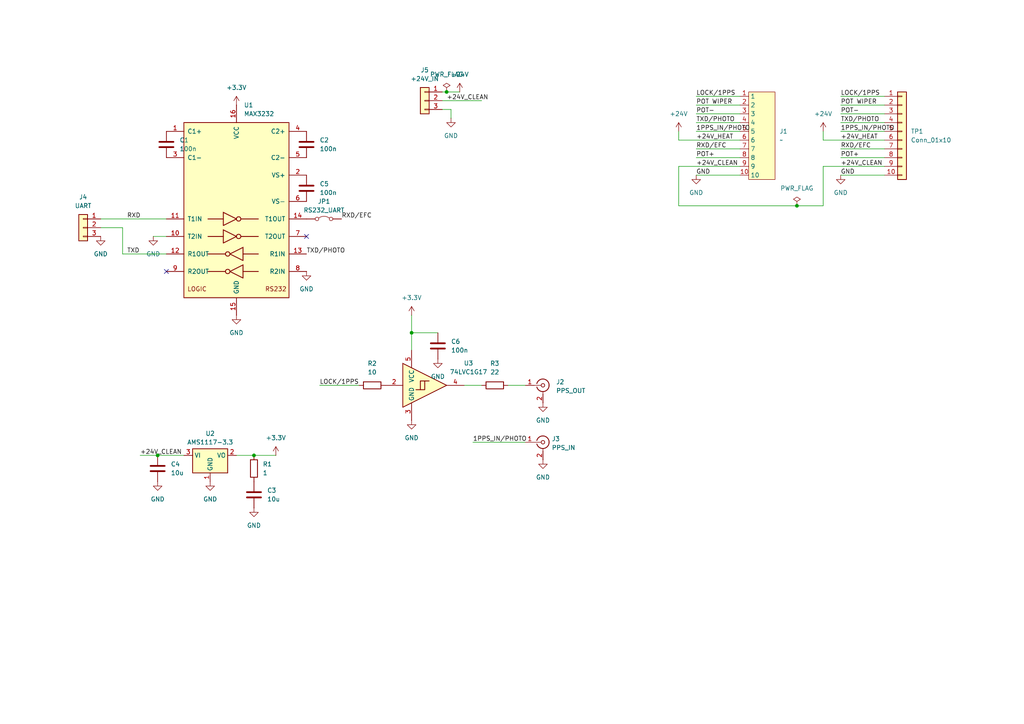
<source format=kicad_sch>
(kicad_sch (version 20250114) (generator "eeschema") (generator_version "9.0")
  (paper "A4")
  (lib_symbols
    (symbol "74xGxx:74LVC1G17"
      (property "Reference" "U" (at 0 3.81 0))
      (property "Value" "74LVC1G17" (at 0 -3.81 0))
      (symbol "74LVC1G17_0_1"
        (polyline (pts (xy -7.62 6.35) (xy -7.62 -6.35) (xy 5.08 0) (xy -7.62 6.35)) (stroke (width 0.254)) (fill (type background)))
        (polyline (pts (xy -3.81 -1.27) (xy -2.54 -1.27) (xy -2.54 1.27) (xy -1.27 1.27)) (stroke (width 0.254)) (fill (type background)))
        (polyline (pts (xy -2.54 -1.27) (xy -1.27 -1.27) (xy -1.27 1.27) (xy 0 1.27)) (stroke (width 0.254)) (fill (type background)))
      )
      (symbol "74LVC1G17_1_1"
        (pin input line (at -12.7 0 0) (length 5.08) (name "~") (number "2"))
        (pin no_connect line (at -7.62 5.08 180) (length 5.08) (hide yes) (name "NC") (number "1"))
        (pin power_in line (at -5.08 10.16 270) (length 5.08) (name "VCC") (number "5"))
        (pin power_in line (at -5.08 -10.16 90) (length 5.08) (name "GND") (number "3"))
        (pin output line (at 10.16 0 180) (length 5.08) (name "~") (number "4"))
      )
    )
    (symbol "Connector:Conn_Coaxial" (pin_names (offset 1.016) (hide yes))
      (property "Reference" "J" (at 0.254 3.048 0))
      (property "Value" "Conn_Coaxial" (at 2.921 0 90))
      (symbol "Conn_Coaxial_0_1"
        (polyline (pts (xy -2.54 0) (xy -0.508 0)))
        (arc (start 1.778 0) (mid 0.222 -1.8079) (end -1.778 -0.508) (stroke (width 0.254)))
        (arc (start -1.778 0.508) (mid 0.2221 1.8084) (end 1.778 0) (stroke (width 0.254)))
        (circle (center 0 0) (radius 0.508) (stroke (width 0.2032)))
        (polyline (pts (xy 0 -2.54) (xy 0 -1.778)))
      )
      (symbol "Conn_Coaxial_1_1"
        (pin passive line (at -5.08 0 0) (length 2.54) (name "In") (number "1"))
        (pin passive line (at 0 -5.08 90) (length 2.54) (name "Ext") (number "2"))
      )
    )
    (symbol "Connector_Generic:Conn_01x03" (pin_names (offset 1.016) (hide yes))
      (property "Reference" "J" (at 0 5.08 0))
      (property "Value" "Conn_01x03" (at 0 -5.08 0))
      (symbol "Conn_01x03_1_1"
        (rectangle (start -1.27 3.81) (end 1.27 -3.81) (stroke (width 0.254)) (fill (type background)))
        (rectangle (start -1.27 2.667) (end 0 2.413) (stroke (width 0.1524)))
        (rectangle (start -1.27 0.127) (end 0 -0.127) (stroke (width 0.1524)))
        (rectangle (start -1.27 -2.413) (end 0 -2.667) (stroke (width 0.1524)))
        (pin passive line (at -5.08 2.54 0) (length 3.81) (name "Pin_1") (number "1"))
        (pin passive line (at -5.08 0 0) (length 3.81) (name "Pin_2") (number "2"))
        (pin passive line (at -5.08 -2.54 0) (length 3.81) (name "Pin_3") (number "3"))
      )
    )
    (symbol "Connector_Generic:Conn_01x10" (pin_names (offset 1.016) (hide yes))
      (property "Reference" "J" (at 0 12.7 0))
      (property "Value" "Conn_01x10" (at 0 -15.24 0))
      (symbol "Conn_01x10_1_1"
        (rectangle (start -1.27 11.43) (end 1.27 -13.97) (stroke (width 0.254)) (fill (type background)))
        (rectangle (start -1.27 10.287) (end 0 10.033) (stroke (width 0.1524)))
        (rectangle (start -1.27 7.747) (end 0 7.493) (stroke (width 0.1524)))
        (rectangle (start -1.27 5.207) (end 0 4.953) (stroke (width 0.1524)))
        (rectangle (start -1.27 2.667) (end 0 2.413) (stroke (width 0.1524)))
        (rectangle (start -1.27 0.127) (end 0 -0.127) (stroke (width 0.1524)))
        (rectangle (start -1.27 -2.413) (end 0 -2.667) (stroke (width 0.1524)))
        (rectangle (start -1.27 -4.953) (end 0 -5.207) (stroke (width 0.1524)))
        (rectangle (start -1.27 -7.493) (end 0 -7.747) (stroke (width 0.1524)))
        (rectangle (start -1.27 -10.033) (end 0 -10.287) (stroke (width 0.1524)))
        (rectangle (start -1.27 -12.573) (end 0 -12.827) (stroke (width 0.1524)))
        (pin passive line (at -5.08 10.16 0) (length 3.81) (name "Pin_1") (number "1"))
        (pin passive line (at -5.08 7.62 0) (length 3.81) (name "Pin_2") (number "2"))
        (pin passive line (at -5.08 5.08 0) (length 3.81) (name "Pin_3") (number "3"))
        (pin passive line (at -5.08 2.54 0) (length 3.81) (name "Pin_4") (number "4"))
        (pin passive line (at -5.08 0 0) (length 3.81) (name "Pin_5") (number "5"))
        (pin passive line (at -5.08 -2.54 0) (length 3.81) (name "Pin_6") (number "6"))
        (pin passive line (at -5.08 -5.08 0) (length 3.81) (name "Pin_7") (number "7"))
        (pin passive line (at -5.08 -7.62 0) (length 3.81) (name "Pin_8") (number "8"))
        (pin passive line (at -5.08 -10.16 0) (length 3.81) (name "Pin_9") (number "9"))
        (pin passive line (at -5.08 -12.7 0) (length 3.81) (name "Pin_10") (number "10"))
      )
    )
    (symbol "Device:C" (pin_numbers (hide yes)) (pin_names (offset 0.254))
      (property "Reference" "C" (at 0.635 2.54 0))
      (property "Value" "C" (at 0.635 -2.54 0))
      (symbol "C_0_1"
        (polyline (pts (xy -2.032 0.762) (xy 2.032 0.762)) (stroke (width 0.508)))
        (polyline (pts (xy -2.032 -0.762) (xy 2.032 -0.762)) (stroke (width 0.508)))
      )
      (symbol "C_1_1"
        (pin passive line (at 0 3.81 270) (length 2.794) (name "~") (number "1"))
        (pin passive line (at 0 -3.81 90) (length 2.794) (name "~") (number "2"))
      )
    )
    (symbol "Device:R" (pin_numbers (hide yes)) (pin_names (offset 0))
      (property "Reference" "R" (at 2.032 0 90))
      (property "Value" "R" (at 0 0 90))
      (symbol "R_0_1"
        (rectangle (start -1.016 -2.54) (end 1.016 2.54) (stroke (width 0.254)))
      )
      (symbol "R_1_1"
        (pin passive line (at 0 3.81 270) (length 1.27) (name "~") (number "1"))
        (pin passive line (at 0 -3.81 90) (length 1.27) (name "~") (number "2"))
      )
    )
    (symbol "Interface_UART:MAX3232" (pin_names (offset 1.016))
      (property "Reference" "U" (at -2.54 28.575 0))
      (property "Value" "MAX3232" (at -2.54 26.67 0))
      (symbol "MAX3232_0_0"
        (text "LOGIC" (at -11.43 -22.86 0) (effects (font (size 1.27 1.27))))
        (text "RS232" (at 11.43 -22.86 0) (effects (font (size 1.27 1.27))))
      )
      (symbol "MAX3232_0_1"
        (rectangle (start -15.24 -25.4) (end 15.24 25.4) (stroke (width 0.254)) (fill (type background)))
        (polyline (pts (xy -3.81 -0.635) (xy -3.81 -4.445) (xy 0 -2.54) (xy -3.81 -0.635)) (stroke (width 0.254)))
        (polyline (pts (xy -3.81 -2.54) (xy -8.255 -2.54)) (stroke (width 0.254)))
        (polyline (pts (xy -3.81 -5.715) (xy -3.81 -9.525) (xy 0 -7.62) (xy -3.81 -5.715)) (stroke (width 0.254)))
        (polyline (pts (xy -3.81 -7.62) (xy -8.255 -7.62)) (stroke (width 0.254)))
        (polyline (pts (xy -3.175 -12.7) (xy -8.255 -12.7)) (stroke (width 0.254)))
        (polyline (pts (xy -3.175 -17.78) (xy -8.255 -17.78)) (stroke (width 0.254)))
        (circle (center -2.54 -12.7) (radius 0.635) (stroke (width 0.254)))
        (circle (center -2.54 -17.78) (radius 0.635) (stroke (width 0.254)))
        (circle (center 0.635 -2.54) (radius 0.635) (stroke (width 0.254)))
        (circle (center 0.635 -7.62) (radius 0.635) (stroke (width 0.254)))
        (polyline (pts (xy 1.27 -2.54) (xy 6.35 -2.54)) (stroke (width 0.254)))
        (polyline (pts (xy 1.27 -7.62) (xy 6.35 -7.62)) (stroke (width 0.254)))
        (polyline (pts (xy 1.905 -10.795) (xy 1.905 -14.605) (xy -1.905 -12.7) (xy 1.905 -10.795)) (stroke (width 0.254)))
        (polyline (pts (xy 1.905 -12.7) (xy 6.35 -12.7)) (stroke (width 0.254)))
        (polyline (pts (xy 1.905 -15.875) (xy 1.905 -19.685) (xy -1.905 -17.78) (xy 1.905 -15.875)) (stroke (width 0.254)))
        (polyline (pts (xy 1.905 -17.78) (xy 6.35 -17.78)) (stroke (width 0.254)))
      )
      (symbol "MAX3232_1_1"
        (pin passive line (at -20.32 22.86 0) (length 5.08) (name "C1+") (number "1"))
        (pin passive line (at -20.32 15.24 0) (length 5.08) (name "C1-") (number "3"))
        (pin input line (at -20.32 -2.54 0) (length 5.08) (name "T1IN") (number "11"))
        (pin input line (at -20.32 -7.62 0) (length 5.08) (name "T2IN") (number "10"))
        (pin output line (at -20.32 -12.7 0) (length 5.08) (name "R1OUT") (number "12"))
        (pin output line (at -20.32 -17.78 0) (length 5.08) (name "R2OUT") (number "9"))
        (pin power_in line (at 0 30.48 270) (length 5.08) (name "VCC") (number "16"))
        (pin power_in line (at 0 -30.48 90) (length 5.08) (name "GND") (number "15"))
        (pin passive line (at 20.32 22.86 180) (length 5.08) (name "C2+") (number "4"))
        (pin passive line (at 20.32 15.24 180) (length 5.08) (name "C2-") (number "5"))
        (pin power_out line (at 20.32 10.16 180) (length 5.08) (name "VS+") (number "2"))
        (pin power_out line (at 20.32 2.54 180) (length 5.08) (name "VS-") (number "6"))
        (pin output line (at 20.32 -2.54 180) (length 5.08) (name "T1OUT") (number "14"))
        (pin output line (at 20.32 -7.62 180) (length 5.08) (name "T2OUT") (number "7"))
        (pin input line (at 20.32 -12.7 180) (length 5.08) (name "R1IN") (number "13"))
        (pin input line (at 20.32 -17.78 180) (length 5.08) (name "R2IN") (number "8"))
      )
    )
    (symbol "Jumper:Jumper_2_Bridged" (pin_numbers (hide yes)) (pin_names (offset 0) (hide yes))
      (property "Reference" "JP" (at 0 1.905 0))
      (property "Value" "Jumper_2_Bridged" (at 0 -2.54 0))
      (symbol "Jumper_2_Bridged_0_0"
        (circle (center -2.032 0) (radius 0.508))
        (circle (center 2.032 0) (radius 0.508))
      )
      (symbol "Jumper_2_Bridged_0_1"
        (arc (start -1.524 0.254) (mid 0 0.762) (end 1.524 0.254))
      )
      (symbol "Jumper_2_Bridged_1_1"
        (pin passive line (at -5.08 0 0) (length 2.54) (name "A") (number "1"))
        (pin passive line (at 5.08 0 180) (length 2.54) (name "B") (number "2"))
      )
    )
    (symbol "Regulator_Linear:AMS1117-3.3"
      (property "Reference" "U" (at -3.81 3.175 0))
      (property "Value" "AMS1117-3.3" (at 0 3.175 0))
      (symbol "AMS1117-3.3_0_1"
        (rectangle (start -5.08 -5.08) (end 5.08 1.905) (stroke (width 0.254)) (fill (type background)))
      )
      (symbol "AMS1117-3.3_1_1"
        (pin power_in line (at -7.62 0 0) (length 2.54) (name "VI") (number "3"))
        (pin power_in line (at 0 -7.62 90) (length 2.54) (name "GND") (number "1"))
        (pin power_out line (at 7.62 0 180) (length 2.54) (name "VO") (number "2"))
      )
    )
    (symbol "power:+24V" (power) (pin_numbers (hide yes)) (pin_names (offset 0) (hide yes))
      (property "Value" "+24V" (at 0 3.556 0))
      (symbol "+24V_0_1"
        (polyline (pts (xy -0.762 1.27) (xy 0 2.54)))
        (polyline (pts (xy 0 2.54) (xy 0.762 1.27)))
        (polyline (pts (xy 0 0) (xy 0 2.54)))
      )
      (symbol "+24V_1_1"
        (pin power_in line (at 0 0 90) (length 0) (name "~") (number "1"))
      )
    )
    (symbol "power:+3.3V" (power) (pin_numbers (hide yes)) (pin_names (offset 0) (hide yes))
      (property "Value" "+3.3V" (at 0 3.556 0))
      (symbol "+3.3V_0_1"
        (polyline (pts (xy -0.762 1.27) (xy 0 2.54)))
        (polyline (pts (xy 0 2.54) (xy 0.762 1.27)))
        (polyline (pts (xy 0 0) (xy 0 2.54)))
      )
      (symbol "+3.3V_1_1"
        (pin power_in line (at 0 0 90) (length 0) (name "~") (number "1"))
      )
    )
    (symbol "power:GND" (power) (pin_numbers (hide yes)) (pin_names (offset 0) (hide yes))
      (property "Value" "GND" (at 0 -3.81 0))
      (symbol "GND_0_1"
        (polyline (pts (xy 0 0) (xy 0 -1.27) (xy 1.27 -1.27) (xy 0 -2.54) (xy -1.27 -1.27) (xy 0 -1.27)))
      )
      (symbol "GND_1_1"
        (pin power_in line (at 0 0 270) (length 0) (name "~") (number "1"))
      )
    )
    (symbol "power:PWR_FLAG" (power) (pin_numbers (hide yes)) (pin_names (offset 0) (hide yes))
      (property "Value" "PWR_FLAG" (at 0 3.81 0))
      (symbol "PWR_FLAG_0_0"
        (pin power_out line (at 0 0 90) (length 0) (name "~") (number "1"))
      )
      (symbol "PWR_FLAG_0_1"
        (polyline (pts (xy 0 0) (xy 0 1.27) (xy -1.016 1.905) (xy 0 2.54) (xy 1.016 1.905) (xy 0 1.27)))
      )
    )
    (symbol "projlib:CANON11W1"
      (property "Reference" "J" (at 0.254 0 0))
      (symbol "CANON11W1_1_1"
        (rectangle (start -3.81 12.7) (end 3.81 -12.7) (fill (type background)))
        (pin unspecified line (at -6.35 11.43 0) (length 2.54) (name "1") (number "1"))
        (pin unspecified line (at -6.35 8.89 0) (length 2.54) (name "2") (number "2"))
        (pin unspecified line (at -6.35 6.35 0) (length 2.54) (name "3") (number "3"))
        (pin unspecified line (at -6.35 3.81 0) (length 2.54) (name "4") (number "4"))
        (pin unspecified line (at -6.35 1.27 0) (length 2.54) (name "5") (number "5"))
        (pin unspecified line (at -6.35 -1.27 0) (length 2.54) (name "6") (number "6"))
        (pin unspecified line (at -6.35 -3.81 0) (length 2.54) (name "7") (number "7"))
        (pin unspecified line (at -6.35 -6.35 0) (length 2.54) (name "8") (number "8"))
        (pin unspecified line (at -6.35 -8.89 0) (length 2.54) (name "9") (number "9"))
        (pin unspecified line (at -6.35 -11.43 0) (length 2.54) (name "10") (number "10"))
      )
    )
  )
  (junction (at 45.72 132.08))
  (junction (at 129.54 26.67))
  (junction (at 231.14 59.69))
  (junction (at 119.38 96.52))
  (junction (at 73.66 132.08))
  (no_connect (at 48.26 78.74))
  (no_connect (at 88.9 68.58))
  (wire (pts (xy 68.58 132.08) (xy 73.66 132.08)))
  (wire (pts (xy 119.38 91.44) (xy 119.38 96.52)))
  (wire (pts (xy 128.27 26.67) (xy 129.54 26.67)))
  (wire (pts (xy 128.27 31.75) (xy 130.81 31.75)))
  (wire (pts (xy 238.76 38.1) (xy 238.76 40.64)))
  (wire (pts (xy 196.85 40.64) (xy 214.63 40.64)))
  (wire (pts (xy 243.84 33.02) (xy 256.54 33.02)))
  (wire (pts (xy 231.14 59.69) (xy 238.76 59.69)))
  (wire (pts (xy 137.16 128.27) (xy 152.4 128.27)))
  (wire (pts (xy 35.56 73.66) (xy 48.26 73.66)))
  (wire (pts (xy 44.45 68.58) (xy 48.26 68.58)))
  (wire (pts (xy 243.84 30.48) (xy 256.54 30.48)))
  (wire (pts (xy 238.76 48.26) (xy 256.54 48.26)))
  (wire (pts (xy 196.85 48.26) (xy 196.85 59.69)))
  (wire (pts (xy 201.93 43.18) (xy 214.63 43.18)))
  (wire (pts (xy 128.27 29.21) (xy 139.7 29.21)))
  (wire (pts (xy 196.85 38.1) (xy 196.85 40.64)))
  (wire (pts (xy 45.72 132.08) (xy 53.34 132.08)))
  (wire (pts (xy 201.93 50.8) (xy 214.63 50.8)))
  (wire (pts (xy 119.38 96.52) (xy 127 96.52)))
  (wire (pts (xy 243.84 35.56) (xy 256.54 35.56)))
  (wire (pts (xy 196.85 59.69) (xy 231.14 59.69)))
  (wire (pts (xy 29.21 66.04) (xy 35.56 66.04)))
  (wire (pts (xy 29.21 63.5) (xy 48.26 63.5)))
  (wire (pts (xy 201.93 30.48) (xy 214.63 30.48)))
  (wire (pts (xy 243.84 43.18) (xy 256.54 43.18)))
  (wire (pts (xy 201.93 45.72) (xy 214.63 45.72)))
  (wire (pts (xy 201.93 38.1) (xy 214.63 38.1)))
  (wire (pts (xy 129.54 26.67) (xy 133.35 26.67)))
  (wire (pts (xy 92.71 111.76) (xy 104.14 111.76)))
  (wire (pts (xy 243.84 45.72) (xy 256.54 45.72)))
  (wire (pts (xy 35.56 66.04) (xy 35.56 73.66)))
  (wire (pts (xy 196.85 48.26) (xy 214.63 48.26)))
  (wire (pts (xy 147.32 111.76) (xy 152.4 111.76)))
  (wire (pts (xy 119.38 96.52) (xy 119.38 101.6)))
  (wire (pts (xy 238.76 59.69) (xy 238.76 48.26)))
  (wire (pts (xy 243.84 50.8) (xy 256.54 50.8)))
  (wire (pts (xy 238.76 40.64) (xy 256.54 40.64)))
  (wire (pts (xy 243.84 27.94) (xy 256.54 27.94)))
  (wire (pts (xy 40.64 132.08) (xy 45.72 132.08)))
  (wire (pts (xy 201.93 27.94) (xy 214.63 27.94)))
  (wire (pts (xy 243.84 38.1) (xy 256.54 38.1)))
  (wire (pts (xy 201.93 33.02) (xy 214.63 33.02)))
  (wire (pts (xy 130.81 31.75) (xy 130.81 34.29)))
  (wire (pts (xy 73.66 132.08) (xy 80.01 132.08)))
  (wire (pts (xy 134.62 111.76) (xy 139.7 111.76)))
  (wire (pts (xy 201.93 35.56) (xy 214.63 35.56)))
  (label "LOCK{slash}1PPS" (at 243.84 27.94 0))
  (label "POT-" (at 243.84 33.02 0))
  (label "RXD{slash}EFC" (at 99.06 63.5 0))
  (label "GND" (at 243.84 50.8 0))
  (label "POT-" (at 201.93 33.02 0))
  (label "+24V_HEAT" (at 243.84 40.64 0))
  (label "TXD{slash}PHOTO" (at 201.93 35.56 0))
  (label "POT+" (at 201.93 45.72 0))
  (label "1PPS_IN{slash}PHOTO" (at 137.16 128.27 0))
  (label "GND" (at 201.93 50.8 0))
  (label "LOCK{slash}1PPS" (at 201.93 27.94 0))
  (label "+24V_CLEAN" (at 243.84 48.26 0))
  (label "+24V_CLEAN" (at 129.54 29.21 0))
  (label "TXD{slash}PHOTO" (at 243.84 35.56 0))
  (label "+24V_CLEAN" (at 201.93 48.26 0))
  (label "LOCK{slash}1PPS" (at 92.71 111.76 0))
  (label "POT WIPER" (at 201.93 30.48 0))
  (label "RXD" (at 36.83 63.5 0))
  (label "POT WIPER" (at 243.84 30.48 0))
  (label "1PPS_IN{slash}PHOTO" (at 201.93 38.1 0))
  (label "1PPS_IN{slash}PHOTO" (at 243.84 38.1 0))
  (label "+24V_HEAT" (at 201.93 40.64 0))
  (label "POT+" (at 243.84 45.72 0))
  (label "TXD" (at 36.83 73.66 0))
  (label "TXD{slash}PHOTO" (at 88.9 73.66 0))
  (label "+24V_CLEAN" (at 40.64 132.08 0))
  (label "RXD{slash}EFC" (at 201.93 43.18 0))
  (label "RXD{slash}EFC" (at 243.84 43.18 0))
  (symbol (lib_id "Connector_Generic:Conn_01x10") (at 261.62 38.1 0) (unit 1)
    (property "Reference" "TP1" (at 264.16 38.0999 0) (effects (justify left)))
    (property "Value" "Conn_01x10" (at 264.16 40.6399 0) (effects (justify left)))
    (property "Footprint" "Connector_PinHeader_2.54mm:PinHeader_2x05_P2.54mm_Vertical" (effects (hide yes)))
    (property "Description" "Generic connector, single row, 01x10, script generated (kicad-library-utils/schlib/autogen/connector/)" (effects (hide yes)))
  )
  (symbol (lib_id "Jumper:Jumper_2_Bridged") (at 93.98 63.5 0) (unit 1)
    (property "Reference" "JP1" (at 93.98 58.42 0))
    (property "Value" "RS232_UART" (at 93.98 60.96 0))
    (property "Footprint" "Jumper:SolderJumper-2_P1.3mm_Bridged_Pad1.0x1.5mm" (effects (hide yes)))
    (property "Description" "Jumper, 2-pole, closed/bridged" (effects (hide yes)))
  )
  (symbol (lib_id "Interface_UART:MAX3232") (at 68.58 60.96 0) (unit 1)
    (property "Reference" "U1" (at 70.7233 30.48 0) (effects (justify left)))
    (property "Value" "MAX3232" (at 70.7233 33.02 0) (effects (justify left)))
    (property "Footprint" "Package_SO:TSSOP-16_4.4x5mm_P0.65mm" (effects (hide yes)))
    (property "Datasheet" "https://datasheets.maximintegrated.com/en/ds/MAX3222-MAX3241.pdf" (effects (hide yes)))
    (property "Description" "3.0V to 5.5V, Low-Power, up to 1Mbps, True RS-232 Transceivers Using Four 0.1μF External Capacitors" (effects (hide yes)))
  )
  (symbol (lib_id "Device:C") (at 48.26 41.91 0) (unit 1)
    (property "Reference" "C1" (at 52.07 40.6399 0) (effects (justify left)))
    (property "Value" "100n" (at 52.07 43.1799 0) (effects (justify left)))
    (property "Footprint" "Capacitor_SMD:C_0805_2012Metric" (effects (hide yes)))
    (property "Description" "Unpolarized capacitor" (effects (hide yes)))
  )
  (symbol (lib_id "power:GND") (at 127 104.14 0) (unit 1)
    (property "Reference" "#PWR015" (effects (hide yes)))
    (property "Value" "GND" (at 127 109.22 0))
    (property "Description" "Power symbol creates a global label with name \"GND\" , ground" (effects (hide yes)))
  )
  (symbol (lib_id "power:GND") (at 73.66 147.32 0) (unit 1)
    (property "Reference" "#PWR05" (effects (hide yes)))
    (property "Value" "GND" (at 73.66 152.4 0))
    (property "Description" "Power symbol creates a global label with name \"GND\" , ground" (effects (hide yes)))
  )
  (symbol (lib_id "power:GND") (at 201.93 50.8 0) (unit 1)
    (property "Reference" "#PWR04" (effects (hide yes)))
    (property "Value" "GND" (at 201.93 55.88 0))
    (property "Description" "Power symbol creates a global label with name \"GND\" , ground" (effects (hide yes)))
  )
  (symbol (lib_id "Regulator_Linear:AMS1117-3.3") (at 60.96 132.08 0) (unit 1)
    (property "Reference" "U2" (at 60.96 125.73 0))
    (property "Value" "AMS1117-3.3" (at 60.96 128.27 0))
    (property "Footprint" "Package_TO_SOT_SMD:SOT-223-3_TabPin2" (effects (hide yes)))
    (property "Datasheet" "http://www.advanced-monolithic.com/pdf/ds1117.pdf" (effects (hide yes)))
    (property "Description" "1A Low Dropout regulator, positive, 3.3V fixed output, SOT-223" (effects (hide yes)))
  )
  (symbol (lib_id "power:GND") (at 119.38 121.92 0) (unit 1)
    (property "Reference" "#PWR014" (effects (hide yes)))
    (property "Value" "GND" (at 119.38 127 0))
    (property "Description" "Power symbol creates a global label with name \"GND\" , ground" (effects (hide yes)))
  )
  (symbol (lib_id "Device:C") (at 73.66 143.51 0) (unit 1)
    (property "Reference" "C3" (at 77.47 142.2399 0) (effects (justify left)))
    (property "Value" "10u" (at 77.47 144.7799 0) (effects (justify left)))
    (property "Footprint" "Capacitor_SMD:C_0805_2012Metric" (effects (hide yes)))
    (property "Description" "Unpolarized capacitor" (effects (hide yes)))
    (property "LCSC" "C440198" (effects (hide yes)))
  )
  (symbol (lib_id "Device:R") (at 107.95 111.76 90) (unit 1)
    (property "Reference" "R2" (at 107.95 105.41 90))
    (property "Value" "10" (at 107.95 107.95 90))
    (property "Footprint" "Resistor_SMD:R_0805_2012Metric" (effects (hide yes)))
    (property "Description" "Resistor" (effects (hide yes)))
  )
  (symbol (lib_id "power:GND") (at 157.48 133.35 0) (unit 1)
    (property "Reference" "#PWR016" (effects (hide yes)))
    (property "Value" "GND" (at 157.48 138.43 0))
    (property "Description" "Power symbol creates a global label with name \"GND\" , ground" (effects (hide yes)))
  )
  (symbol (lib_id "power:GND") (at 88.9 78.74 0) (unit 1)
    (property "Reference" "#PWR010" (effects (hide yes)))
    (property "Value" "GND" (at 88.9 83.82 0))
    (property "Description" "Power symbol creates a global label with name \"GND\" , ground" (effects (hide yes)))
  )
  (symbol (lib_id "Device:C") (at 45.72 135.89 0) (unit 1)
    (property "Reference" "C4" (at 49.53 134.6199 0) (effects (justify left)))
    (property "Value" "10u" (at 49.53 137.1599 0) (effects (justify left)))
    (property "Footprint" "Capacitor_SMD:C_0805_2012Metric" (effects (hide yes)))
    (property "Description" "Unpolarized capacitor" (effects (hide yes)))
    (property "LCSC" "C440198" (effects (hide yes)))
  )
  (symbol (lib_id "power:GND") (at 243.84 50.8 0) (unit 1)
    (property "Reference" "#PWR019" (effects (hide yes)))
    (property "Value" "GND" (at 243.84 55.88 0))
    (property "Description" "Power symbol creates a global label with name \"GND\" , ground" (effects (hide yes)))
  )
  (symbol (lib_id "Connector:Conn_Coaxial") (at 157.48 128.27 0) (unit 1)
    (property "Reference" "J3" (at 160.02 127.2931 0) (effects (justify left)))
    (property "Value" "PPS_IN" (at 160.02 129.8331 0) (effects (justify left)))
    (property "Footprint" "Connector_Coaxial:SMA_Amphenol_901-144_Vertical" (effects (hide yes)))
    (property "Description" "coaxial connector (BNC, SMA, SMB, SMC, Cinch/RCA, LEMO, ...)" (effects (hide yes)))
  )
  (symbol (lib_id "Device:C") (at 88.9 41.91 0) (unit 1)
    (property "Reference" "C2" (at 92.71 40.6399 0) (effects (justify left)))
    (property "Value" "100n" (at 92.71 43.1799 0) (effects (justify left)))
    (property "Footprint" "Capacitor_SMD:C_0805_2012Metric" (effects (hide yes)))
    (property "Description" "Unpolarized capacitor" (effects (hide yes)))
  )
  (symbol (lib_id "Device:C") (at 88.9 54.61 0) (unit 1)
    (property "Reference" "C5" (at 92.71 53.3399 0) (effects (justify left)))
    (property "Value" "100n" (at 92.71 55.8799 0) (effects (justify left)))
    (property "Footprint" "Capacitor_SMD:C_0805_2012Metric" (effects (hide yes)))
    (property "Description" "Unpolarized capacitor" (effects (hide yes)))
  )
  (symbol (lib_id "power:GND") (at 157.48 116.84 0) (unit 1)
    (property "Reference" "#PWR012" (effects (hide yes)))
    (property "Value" "GND" (at 157.48 121.92 0))
    (property "Description" "Power symbol creates a global label with name \"GND\" , ground" (effects (hide yes)))
  )
  (symbol (lib_id "projlib:CANON11W1") (at 220.98 39.37 0) (unit 1)
    (property "Reference" "J1" (at 226.06 38.0999 0) (effects (justify left)))
    (property "Value" "~" (at 226.06 40.6399 0) (effects (justify left)))
    (property "Footprint" "projlib:11W1" (effects (hide yes)))
  )
  (symbol (lib_id "Connector_Generic:Conn_01x03") (at 24.13 66.04 0) (mirror y) (unit 1)
    (property "Reference" "J4" (at 24.13 57.15 0))
    (property "Value" "UART" (at 24.13 59.69 0))
    (property "Footprint" "Connector_JST:JST_XH_B3B-XH-A_1x03_P2.50mm_Vertical" (effects (hide yes)))
    (property "Description" "Generic connector, single row, 01x03, script generated (kicad-library-utils/schlib/autogen/connector/)" (effects (hide yes)))
  )
  (symbol (lib_id "power:PWR_FLAG") (at 129.54 26.67 0) (unit 1)
    (property "Reference" "#FLG02" (effects (hide yes)))
    (property "Value" "PWR_FLAG" (at 129.54 21.59 0))
    (property "Description" "Special symbol for telling ERC where power comes from" (effects (hide yes)))
  )
  (symbol (lib_id "power:GND") (at 44.45 68.58 0) (unit 1)
    (property "Reference" "#PWR011" (effects (hide yes)))
    (property "Value" "GND" (at 44.45 73.66 0))
    (property "Description" "Power symbol creates a global label with name \"GND\" , ground" (effects (hide yes)))
  )
  (symbol (lib_id "power:+3.3V") (at 80.01 132.08 0) (unit 1)
    (property "Reference" "#PWR01" (effects (hide yes)))
    (property "Value" "+3.3V" (at 80.01 127 0))
    (property "Description" "Power symbol creates a global label with name \"+3.3V\"" (effects (hide yes)))
  )
  (symbol (lib_id "power:+24V") (at 133.35 26.67 0) (unit 1)
    (property "Reference" "#PWR021" (effects (hide yes)))
    (property "Value" "+24V" (at 133.35 21.59 0))
    (property "Description" "Power symbol creates a global label with name \"+24V\"" (effects (hide yes)))
  )
  (symbol (lib_id "power:+3.3V") (at 119.38 91.44 0) (unit 1)
    (property "Reference" "#PWR013" (effects (hide yes)))
    (property "Value" "+3.3V" (at 119.38 86.36 0))
    (property "Description" "Power symbol creates a global label with name \"+3.3V\"" (effects (hide yes)))
  )
  (symbol (lib_id "74xGxx:74LVC1G17") (at 124.46 111.76 0) (unit 1)
    (property "Reference" "U3" (at 135.89 105.3398 0))
    (property "Value" "74LVC1G17" (at 135.89 107.8798 0))
    (property "Footprint" "Package_TO_SOT_SMD:SOT-23-5" (effects (hide yes)))
    (property "Datasheet" "https://www.ti.com/lit/ds/symlink/sn74lvc1g17.pdf" (effects (hide yes)))
    (property "Description" "Single Schmitt Buffer Gate, Low-Voltage CMOS" (effects (hide yes)))
  )
  (symbol (lib_id "power:GND") (at 68.58 91.44 0) (unit 1)
    (property "Reference" "#PWR03" (effects (hide yes)))
    (property "Value" "GND" (at 68.58 96.52 0))
    (property "Description" "Power symbol creates a global label with name \"GND\" , ground" (effects (hide yes)))
  )
  (symbol (lib_id "power:GND") (at 29.21 68.58 0) (unit 1)
    (property "Reference" "#PWR017" (effects (hide yes)))
    (property "Value" "GND" (at 29.21 73.66 0))
    (property "Description" "Power symbol creates a global label with name \"GND\" , ground" (effects (hide yes)))
  )
  (symbol (lib_id "Device:C") (at 127 100.33 0) (unit 1)
    (property "Reference" "C6" (at 130.81 99.0599 0) (effects (justify left)))
    (property "Value" "100n" (at 130.81 101.5999 0) (effects (justify left)))
    (property "Footprint" "Capacitor_SMD:C_0805_2012Metric" (effects (hide yes)))
    (property "Description" "Unpolarized capacitor" (effects (hide yes)))
  )
  (symbol (lib_id "Device:R") (at 73.66 135.89 0) (unit 1)
    (property "Reference" "R1" (at 76.2 134.6199 0) (effects (justify left)))
    (property "Value" "1" (at 76.2 137.1599 0) (effects (justify left)))
    (property "Footprint" "Resistor_SMD:R_0805_2012Metric" (effects (hide yes)))
    (property "Description" "Resistor" (effects (hide yes)))
  )
  (symbol (lib_id "Connector:Conn_Coaxial") (at 157.48 111.76 0) (unit 1)
    (property "Reference" "J2" (at 161.29 110.7831 0) (effects (justify left)))
    (property "Value" "PPS_OUT" (at 161.29 113.3231 0) (effects (justify left)))
    (property "Footprint" "Connector_Coaxial:SMA_Amphenol_901-144_Vertical" (effects (hide yes)))
    (property "Description" "coaxial connector (BNC, SMA, SMB, SMC, Cinch/RCA, LEMO, ...)" (effects (hide yes)))
  )
  (symbol (lib_id "power:+3.3V") (at 68.58 30.48 0) (unit 1)
    (property "Reference" "#PWR09" (effects (hide yes)))
    (property "Value" "+3.3V" (at 68.58 25.4 0))
    (property "Description" "Power symbol creates a global label with name \"+3.3V\"" (effects (hide yes)))
  )
  (symbol (lib_id "power:GND") (at 45.72 139.7 0) (unit 1)
    (property "Reference" "#PWR06" (effects (hide yes)))
    (property "Value" "GND" (at 45.72 144.78 0))
    (property "Description" "Power symbol creates a global label with name \"GND\" , ground" (effects (hide yes)))
  )
  (symbol (lib_id "power:+24V") (at 238.76 38.1 0) (unit 1)
    (property "Reference" "#PWR018" (effects (hide yes)))
    (property "Value" "+24V" (at 238.76 33.02 0))
    (property "Description" "Power symbol creates a global label with name \"+24V\"" (effects (hide yes)))
  )
  (symbol (lib_id "power:GND") (at 130.81 34.29 0) (unit 1)
    (property "Reference" "#PWR020" (effects (hide yes)))
    (property "Value" "GND" (at 130.81 39.37 0))
    (property "Description" "Power symbol creates a global label with name \"GND\" , ground" (effects (hide yes)))
  )
  (symbol (lib_id "power:GND") (at 60.96 139.7 0) (unit 1)
    (property "Reference" "#PWR02" (effects (hide yes)))
    (property "Value" "GND" (at 60.96 144.78 0))
    (property "Description" "Power symbol creates a global label with name \"GND\" , ground" (effects (hide yes)))
  )
  (symbol (lib_id "power:PWR_FLAG") (at 231.14 59.69 0) (unit 1)
    (property "Reference" "#FLG01" (effects (hide yes)))
    (property "Value" "PWR_FLAG" (at 231.14 54.61 0))
    (property "Description" "Special symbol for telling ERC where power comes from" (effects (hide yes)))
  )
  (symbol (lib_id "Connector_Generic:Conn_01x03") (at 123.19 29.21 0) (mirror y) (unit 1)
    (property "Reference" "J5" (at 123.19 20.32 0))
    (property "Value" "+24V_IN" (at 123.19 22.86 0))
    (property "Footprint" "Connector_JST:JST_XH_B3B-XH-A_1x03_P2.50mm_Vertical" (effects (hide yes)))
    (property "Description" "Generic connector, single row, 01x03, script generated (kicad-library-utils/schlib/autogen/connector/)" (effects (hide yes)))
  )
  (symbol (lib_id "Device:R") (at 143.51 111.76 90) (unit 1)
    (property "Reference" "R3" (at 143.51 105.41 90))
    (property "Value" "22" (at 143.51 107.95 90))
    (property "Footprint" "Resistor_SMD:R_0805_2012Metric" (effects (hide yes)))
    (property "Description" "Resistor" (effects (hide yes)))
  )
  (symbol (lib_id "power:+24V") (at 196.85 38.1 0) (unit 1)
    (property "Reference" "#PWR08" (effects (hide yes)))
    (property "Value" "+24V" (at 196.85 33.02 0))
    (property "Description" "Power symbol creates a global label with name \"+24V\"" (effects (hide yes)))
  )
)
</source>
